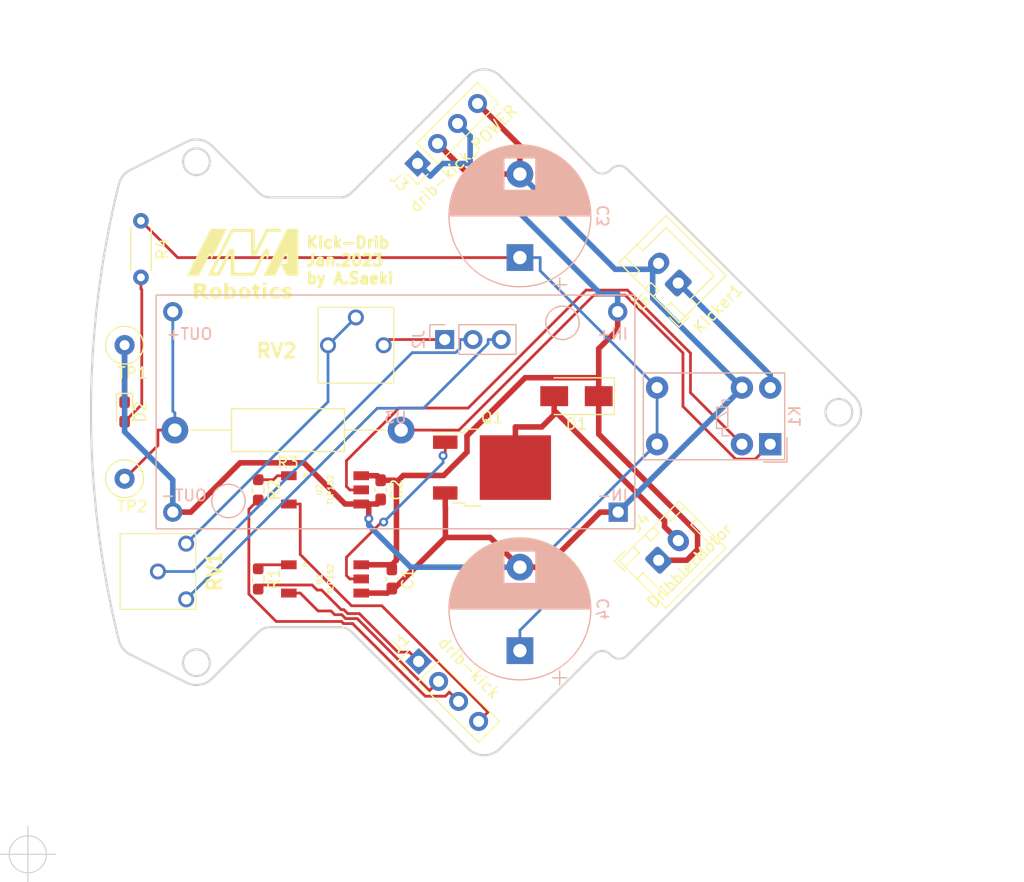
<source format=kicad_pcb>
(kicad_pcb (version 20211014) (generator pcbnew)
  (title_block (title "KickerDribbler") (date "2023-01-31") (rev "V2.0") (company "Saeki.A"))
  (layers (0 "F.Cu" signal) (31 "B.Cu" signal) (34 "B.Paste" user) (35 "F.Paste" user) (36 "B.SilkS" user "B.Silkscreen") (37 "F.SilkS" user "F.Silkscreen") (38 "B.Mask" user) (39 "F.Mask" user) (44 "Edge.Cuts" user))
  (net 0 "")
  (net 1 "Net-(C3-Pad1)")
  (net 2 "+15V")
  (net 3 "GND")
  (net 4 "Net-(D1-Pad2)")
  (net 5 "Net-(J1-Pad1)")
  (net 6 "Net-(J1-Pad3)")
  (net 7 "Net-(J1-Pad4)")
  (net 8 "Net-(J1-Pad2)")
  (net 9 "Net-(J2-Pad1)")
  (net 10 "Net-(J2-Pad2)")
  (net 11 "Net-(J2-Pad3)")
  (net 12 "Net-(K1-Pad1)")
  (net 13 "Net-(K1-Pad2)")
  (net 14 "Net-(Q1-Pad1)")
  (net 15 "Net-(R3-Pad2)")
  (net 16 "Net-(R1-Pad1)")
  (net 17 "Net-(R2-Pad1)")
  (net 18 "Net-(D2-Pad2)")
  (net 19 "Net-(J5-Pad1)")
  (net 20 "Net-(RV1-Pad1)")
  (footprint "0.main.robot:TLP152" (layer "F.Cu") (at 148.052 101.4678 -90)
    (fp_text reference "U2" (at 0 0.5 90) (layer "F.SilkS") (effects (font (size 0.5 0.5) (thickness 0.1))))
    (fp_text value "TLP152" (at 0 -0.5 90) (layer "F.SilkS") (effects (font (size 0.5 0.5) (thickness 0.1))))
    (pad "1" smd rect locked (at -1.27 3.25 270) (size 0.8 1.4) (layers "F.Cu" "F.Paste" "F.Mask") (net 17 "Net-(R2-Pad1)"))
    (pad "3" smd rect locked (at 1.27 3.25 270) (size 0.8 1.4) (layers "F.Cu" "F.Paste" "F.Mask") (net 7 "Net-(J1-Pad4)"))
    (pad "4" smd rect locked (at 1.27 -3.25 270) (size 0.8 1.4) (layers "F.Cu" "F.Paste" "F.Mask") (net 3 "GND"))
    (pad "5" smd rect locked (at 0 -3.25 270) (size 0.8 1.4) (layers "F.Cu" "F.Paste" "F.Mask") (net 13 "Net-(K1-Pad2)"))
    (pad "6" smd rect locked (at -1.27 -3.25 270) (size 0.8 1.4) (layers "F.Cu" "F.Paste" "F.Mask") (net 2 "+15V"))
  )
  (footprint "Capacitor_SMD:C_0603_1608Metric_Pad1.08x0.95mm_HandSolder" (layer "F.Cu") (at 154.052 109.4678 -90)
    (fp_text reference "C1" (at 0 -1.43 90) (layer "F.SilkS"))
    (fp_text value "1uF")
    (pad "1" smd roundrect (at -0.8625 0 270) (size 1.075 0.95) (layers "F.Cu" "F.Paste" "F.Mask") (net 2 "+15V"))
    (pad "2" smd roundrect (at 0.8625 0 270) (size 1.075 0.95) (layers "F.Cu" "F.Paste" "F.Mask") (net 3 "GND"))
  )
  (footprint "0.main.robot:MMA_Logo" (layer "F.Cu") (at 140.664 81.368)
    (fp_text reference "G***" hide)
    (fp_text value "LOGO" hide)
  )
  (footprint "Connector_JST:JST_XH_B2B-XH-A_1x02_P2.50mm_Vertical" (layer "F.Cu") (at 179.78 82.892 135)
    (fp_text reference "J5" (at 1.25 -3.55 135) (layer "F.SilkS"))
    (fp_text value "Kicker1" (at -4.13813 0.884166 225) (layer "F.SilkS"))
    (pad "1" thru_hole roundrect (at 0 0 135) (size 1.7 2) (drill 1) (layers *.Cu *.Mask) (roundrect_rratio 0.1470588235) (net 19 "Net-(J5-Pad1)"))
    (pad "2" thru_hole oval (at 2.5 0 135) (size 1.7 2) (drill 1) (layers *.Cu *.Mask) (net 3 "GND"))
  )
  (footprint "Connector_PinHeader_2.54mm:PinHeader_1x04_P2.54mm_Vertical" (layer "F.Cu") (at 156.365 72.1548 135)
    (fp_text reference "J3" (at 0 -2.33 135) (layer "F.SilkS"))
    (fp_text value "drib-kick_POWER" (at -2.596609 3.217223 225) (layer "F.SilkS"))
    (pad "1" thru_hole rect (at 0 0 135) (size 1.7 1.7) (drill 1) (layers *.Cu *.Mask) (net 2 "+15V"))
    (pad "2" thru_hole oval (at 0 2.54 135) (size 1.7 1.7) (drill 1) (layers *.Cu *.Mask) (net 3 "GND"))
    (pad "3" thru_hole oval (at 0 5.08 135) (size 1.7 1.7) (drill 1) (layers *.Cu *.Mask) (net 2 "+15V"))
    (pad "4" thru_hole oval (at 0 7.62 135) (size 1.7 1.7) (drill 1) (layers *.Cu *.Mask) (net 3 "GND"))
  )
  (footprint "TestPoint:TestPoint_Loop_D2.60mm_Drill0.9mm_Beaded" (layer "F.Cu") (at 130.052 100.4678)
    (fp_text reference "TP2" (at 0.7 2.5) (layer "F.SilkS"))
    (fp_text value "V+")
    (pad "1" thru_hole circle (at 0 0) (size 1.8 1.8) (drill 0.9) (layers *.Cu *.Mask) (net 15 "Net-(R3-Pad2)"))
  )
  (footprint "TestPoint:TestPoint_Loop_D2.60mm_Drill0.9mm_Beaded" (layer "F.Cu") (at 130.052 88.4678)
    (fp_text reference "TP1" (at 0.7 2.5) (layer "F.SilkS"))
    (fp_text value "GND")
    (pad "1" thru_hole circle (at 0 0) (size 1.8 1.8) (drill 0.9) (layers *.Cu *.Mask) (net 3 "GND"))
  )
  (footprint "0.main.robot:Trim-GF063X" (layer "F.Cu") (at 133.044 108.8 -90)
    (fp_text reference "RV1" (at 0 -5.08 90) (layer "F.SilkS") (effects (font (size 1.27 1.27) (thickness 0.254))))
    (fp_text value "20k" hide)
    (pad "1" thru_hole circle locked (at -2.5 -2.54 270) (size 1.431 1.431) (drill 0.92) (layers *.Cu *.Mask) (net 20 "Net-(RV1-Pad1)"))
    (pad "2" thru_hole circle locked (at 0 0 270) (size 1.431 1.431) (drill 0.92) (layers *.Cu *.Mask) (net 10 "Net-(J2-Pad2)"))
    (pad "3" thru_hole circle locked (at 2.5 -2.54 270) (size 1.431 1.431) (drill 0.92) (layers *.Cu *.Mask) (net 11 "Net-(J2-Pad3)"))
  )
  (footprint "Resistor_SMD:R_0603_1608Metric_Pad0.98x0.95mm_HandSolder" (layer "F.Cu") (at 142.052 101.4678 -90)
    (fp_text reference "R2" (at 0 -1.43 -270) (layer "F.SilkS"))
    (fp_text value "120")
    (pad "1" smd roundrect (at -0.9125 0 270) (size 0.975 0.95) (layers "F.Cu" "F.Paste" "F.Mask") (net 17 "Net-(R2-Pad1)"))
    (pad "2" smd roundrect (at 0.9125 0 270) (size 0.975 0.95) (layers "F.Cu" "F.Paste" "F.Mask") (net 6 "Net-(J1-Pad3)"))
  )
  (footprint "Resistor_SMD:R_0603_1608Metric_Pad0.98x0.95mm_HandSolder" (layer "F.Cu") (at 142.052 109.4678 -90)
    (fp_text reference "R1" (at 0 -1.43 -270) (layer "F.SilkS"))
    (fp_text value "120")
    (pad "1" smd roundrect (at -0.9125 0 270) (size 0.975 0.95) (layers "F.Cu" "F.Paste" "F.Mask") (net 16 "Net-(R1-Pad1)"))
    (pad "2" smd roundrect (at 0.9125 0 270) (size 0.975 0.95) (layers "F.Cu" "F.Paste" "F.Mask") (net 5 "Net-(J1-Pad1)"))
  )
  (footprint "Capacitor_SMD:C_0603_1608Metric_Pad1.08x0.95mm_HandSolder" (layer "F.Cu") (at 153.052 101.4678 -90)
    (fp_text reference "C2" (at 0 -1.43 90) (layer "F.SilkS"))
    (fp_text value "1uF")
    (pad "1" smd roundrect (at -0.8625 0 270) (size 1.075 0.95) (layers "F.Cu" "F.Paste" "F.Mask") (net 2 "+15V"))
    (pad "2" smd roundrect (at 0.8625 0 270) (size 1.075 0.95) (layers "F.Cu" "F.Paste" "F.Mask") (net 3 "GND"))
  )
  (footprint "0.main.robot:TLP152" (layer "F.Cu") (at 148.052 109.4678 -90)
    (fp_text reference "U1" (at 0 0.5 90) (layer "F.SilkS") (effects (font (size 0.5 0.5) (thickness 0.1))))
    (fp_text value "TLP152" (at 0 -0.5 90) (layer "F.SilkS") (effects (font (size 0.5 0.5) (thickness 0.1))))
    (pad "1" smd rect locked (at -1.27 3.25 270) (size 0.8 1.4) (layers "F.Cu" "F.Paste" "F.Mask") (net 16 "Net-(R1-Pad1)"))
    (pad "3" smd rect locked (at 1.27 3.25 270) (size 0.8 1.4) (layers "F.Cu" "F.Paste" "F.Mask") (net 8 "Net-(J1-Pad2)"))
    (pad "4" smd rect locked (at 1.27 -3.25 270) (size 0.8 1.4) (layers "F.Cu" "F.Paste" "F.Mask") (net 3 "GND"))
    (pad "5" smd rect locked (at 0 -3.25 270) (size 0.8 1.4) (layers "F.Cu" "F.Paste" "F.Mask") (net 14 "Net-(Q1-Pad1)"))
    (pad "6" smd rect locked (at -1.27 -3.25 270) (size 0.8 1.4) (layers "F.Cu" "F.Paste" "F.Mask") (net 2 "+15V"))
  )
  (footprint "0.main.robot:Trim-GF063P" (layer "F.Cu") (at 150.824 88.48)
    (fp_text reference "RV2" (at -7.112 0.508) (layer "F.SilkS") (effects (font (size 1.27 1.27) (thickness 0.254))))
    (fp_text value "100" hide)
    (pad "1" thru_hole circle locked (at -2.5 0) (size 1.431 1.431) (drill 0.92) (layers *.Cu *.Mask) (net 20 "Net-(RV1-Pad1)"))
    (pad "2" thru_hole circle locked (at 0 -2.5) (size 1.431 1.431) (drill 0.92) (layers *.Cu *.Mask) (net 20 "Net-(RV1-Pad1)"))
    (pad "3" thru_hole circle locked (at 2.5 0) (size 1.431 1.431) (drill 0.92) (layers *.Cu *.Mask) (net 9 "Net-(J2-Pad1)"))
  )
  (footprint "Connector_JST:JST_XH_B2B-XH-A_1x02_P2.50mm_Vertical" (layer "F.Cu") (at 178.0169 107.7887 45)
    (fp_text reference "J4" (at 1.25 -3.55 45) (layer "F.SilkS"))
    (fp_text value "DribblerMotor" (at 1.60921 2.32105 45) (layer "F.SilkS"))
    (pad "1" thru_hole roundrect (at 0 0 45) (size 1.7 2) (drill 1) (layers *.Cu *.Mask) (roundrect_rratio 0.1470588235) (net 2 "+15V"))
    (pad "2" thru_hole oval (at 2.5 0 45) (size 1.7 2) (drill 1) (layers *.Cu *.Mask) (net 4 "Net-(D1-Pad2)"))
  )
  (footprint "Resistor_THT:R_Axial_DIN0411_L9.9mm_D3.6mm_P20.32mm_Horizontal" (layer "F.Cu") (at 154.888 96.1 180)
    (fp_text reference "R3" (at 10.16 -2.92) (layer "F.SilkS"))
    (fp_text value "100")
    (pad "1" thru_hole circle (at 0 0 180) (size 2.4 2.4) (drill 1.2) (layers *.Cu *.Mask) (net 12 "Net-(K1-Pad1)"))
    (pad "2" thru_hole oval (at 20.32 0 180) (size 2.4 2.4) (drill 1.2) (layers *.Cu *.Mask) (net 15 "Net-(R3-Pad2)"))
  )
  (footprint "Connector_PinHeader_2.54mm:PinHeader_1x04_P2.54mm_Vertical" (layer "F.Cu") (at 156.4599 116.8757 45)
    (fp_text reference "J1" (at 0 -2.33 45) (layer "F.SilkS"))
    (fp_text value "drib-kick" (at 2.802859 3.595185 135) (layer "F.SilkS"))
    (pad "1" thru_hole rect (at 0 0 45) (size 1.7 1.7) (drill 1) (layers *.Cu *.Mask) (net 5 "Net-(J1-Pad1)"))
    (pad "2" thru_hole oval (at 0 2.54 45) (size 1.7 1.7) (drill 1) (layers *.Cu *.Mask) (net 8 "Net-(J1-Pad2)"))
    (pad "3" thru_hole oval (at 0 5.08 45) (size 1.7 1.7) (drill 1) (layers *.Cu *.Mask) (net 6 "Net-(J1-Pad3)"))
    (pad "4" thru_hole oval (at 0 7.62 45) (size 1.7 1.7) (drill 1) (layers *.Cu *.Mask) (net 7 "Net-(J1-Pad4)"))
  )
  (footprint "Resistor_THT:R_Axial_DIN0204_L3.6mm_D1.6mm_P5.08mm_Horizontal" (layer "F.Cu") (at 131.52 77.304 -90)
    (fp_text reference "R4" (at 2.54 -1.92 90) (layer "F.SilkS"))
    (fp_text value "30k")
    (pad "1" thru_hole circle (at 0 0 270) (size 1.4 1.4) (drill 0.7) (layers *.Cu *.Mask) (net 1 "Net-(C3-Pad1)"))
    (pad "2" thru_hole oval (at 5.08 0 270) (size 1.4 1.4) (drill 0.7) (layers *.Cu *.Mask) (net 18 "Net-(D2-Pad2)"))
  )
  (footprint "Diode_SMD:D_SMA" (layer "F.Cu") (at 170.636 93.052 180)
    (fp_text reference "D1" (at 0 -2.5) (layer "F.SilkS"))
    (fp_text value "SX34F")
    (pad "1" smd rect (at -2 0 180) (size 2.5 1.8) (layers "F.Cu" "F.Paste" "F.Mask") (net 2 "+15V"))
    (pad "2" smd rect (at 2 0 180) (size 2.5 1.8) (layers "F.Cu" "F.Paste" "F.Mask") (net 4 "Net-(D1-Pad2)"))
  )
  (footprint "Package_TO_SOT_SMD:TO-252-2" (layer "F.Cu") (at 163.052 99.4678)
    (fp_text reference "Q1" (at 0 -4.5) (layer "F.SilkS"))
    (fp_text value "NP52N06SLG")
    (pad "1" smd rect (at -4.2 -2.28) (size 2.2 1.2) (layers "F.Cu" "F.Paste" "F.Mask") (net 14 "Net-(Q1-Pad1)"))
    (pad "2" smd rect (at 2.1 0) (size 6.4 5.8) (layers "F.Cu" "F.Mask") (net 4 "Net-(D1-Pad2)"))
    (pad "3" smd rect (at -4.2 2.28) (size 2.2 1.2) (layers "F.Cu" "F.Paste" "F.Mask") (net 3 "GND"))
  )
  (footprint "LED_SMD:LED_0603_1608Metric_Pad1.05x0.95mm_HandSolder" (layer "F.Cu") (at 130.052 94.4678 -90)
    (fp_text reference "D2" (at 0 -1.43 90) (layer "F.SilkS"))
    (fp_text value "LED")
    (pad "1" smd roundrect (at -0.875 0 270) (size 1.05 0.95) (layers "F.Cu" "F.Paste" "F.Mask") (net 3 "GND"))
    (pad "2" smd roundrect (at 0.875 0 270) (size 1.05 0.95) (layers "F.Cu" "F.Paste" "F.Mask") (net 18 "Net-(D2-Pad2)"))
  )
  (footprint "Capacitor_THT:CP_Radial_D12.5mm_P7.50mm" (layer "B.Cu") (at 165.556 115.912 90)
    (fp_text reference "C4" (at 3.75 7.5 90) (layer "B.SilkS") (effects (justify mirror)))
    (fp_text value "1000uF/50V")
    (pad "1" thru_hole rect (at 0 0 90) (size 2.4 2.4) (drill 1.2) (layers *.Cu *.Mask) (net 1 "Net-(C3-Pad1)"))
    (pad "2" thru_hole circle (at 7.5 0 90) (size 2.4 2.4) (drill 1.2) (layers *.Cu *.Mask) (net 3 "GND"))
  )
  (footprint "0.main.robot:XL6009_HW432" (layer "B.Cu") (at 154.38 94.4678 180)
    (fp_text reference "U3" (at 0 -0.5) (layer "B.SilkS") (effects (justify mirror)))
    (fp_text value "XL6009/HW-432")
    (fp_text user "OUT-" (at 19 -7.5) (layer "B.SilkS") (effects (justify mirror)))
    (fp_text user "IN-" (at -19.5 -7.5) (layer "B.SilkS") (effects (justify mirror)))
    (fp_text user "IN+" (at -19.5 7) (layer "B.SilkS") (effects (justify mirror)))
    (fp_text user "OUT+" (at 18.5 7) (layer "B.SilkS") (effects (justify mirror)))
    (pad "1" thru_hole rect (at -20 -9 180) (size 1.7272 1.7272) (drill 1.016) (layers *.Cu *.Mask) (net 3 "GND"))
    (pad "2" thru_hole oval (at -19.96 9 180) (size 1.7272 1.7272) (drill 1.016) (layers *.Cu *.Mask) (net 2 "+15V"))
    (pad "3" thru_hole oval (at 20 -9 180) (size 1.7272 1.7272) (drill 1.016) (layers *.Cu *.Mask) (net 3 "GND"))
    (pad "4" thru_hole oval (at 20 9 180) (size 1.7272 1.7272) (drill 1.016) (layers *.Cu *.Mask) (net 15 "Net-(R3-Pad2)"))
  )
  (footprint "Relay_THT:Relay_SPDT_Omron_G5V-1" (layer "B.Cu") (at 188.0395 97.367 90)
    (fp_text reference "K1" (at 2.5 2.2 90) (layer "B.SilkS") (effects (justify mirror)))
    (fp_text value "G5V-1/12V")
    (pad "1" thru_hole rect (at 0 0 90) (size 2 2) (drill 1) (layers *.Cu *.Mask) (net 12 "Net-(K1-Pad1)"))
    (pad "2" thru_hole circle (at 0 -2.54 90) (size 2 2) (drill 1) (layers *.Cu *.Mask) (net 13 "Net-(K1-Pad2)"))
    (pad "5" thru_hole circle (at 0 -10.16 90) (size 2 2) (drill 1) (layers *.Cu *.Mask) (net 1 "Net-(C3-Pad1)"))
    (pad "6" thru_hole circle (at 5.08 -10.16 90) (size 2 2) (drill 1) (layers *.Cu *.Mask) (net 1 "Net-(C3-Pad1)"))
    (pad "9" thru_hole circle (at 5.08 -2.54 90) (size 2 2) (drill 1) (layers *.Cu *.Mask) (net 3 "GND"))
    (pad "10" thru_hole circle (at 5.08 0 90) (size 2 2) (drill 1) (layers *.Cu *.Mask) (net 19 "Net-(J5-Pad1)"))
  )
  (footprint "Capacitor_THT:CP_Radial_D12.5mm_P7.50mm" (layer "B.Cu") (at 165.556 80.606 90)
    (fp_text reference "C3" (at 3.75 7.5 90) (layer "B.SilkS") (effects (justify mirror)))
    (fp_text value "1000uF/50V")
    (pad "1" thru_hole rect (at 0 0 90) (size 2.4 2.4) (drill 1.2) (layers *.Cu *.Mask) (net 1 "Net-(C3-Pad1)"))
    (pad "2" thru_hole circle (at 7.5 0 90) (size 2.4 2.4) (drill 1.2) (layers *.Cu *.Mask) (net 3 "GND"))
  )
  (footprint "Connector_PinHeader_2.54mm:PinHeader_1x03_P2.54mm_Vertical" (layer "B.Cu") (at 158.8 87.9678 -90)
    (fp_text reference "J2" (at 0 2.33 90) (layer "B.SilkS") (effects (justify mirror)))
    (fp_text value "Conn_01x03")
    (pad "1" thru_hole rect (at 0 0 270) (size 1.7 1.7) (drill 1) (layers *.Cu *.Mask) (net 9 "Net-(J2-Pad1)"))
    (pad "2" thru_hole oval (at 0 -2.54 270) (size 1.7 1.7) (drill 1) (layers *.Cu *.Mask) (net 10 "Net-(J2-Pad2)"))
    (pad "3" thru_hole oval (at 0 -5.08 270) (size 1.7 1.7) (drill 1) (layers *.Cu *.Mask) (net 11 "Net-(J2-Pad3)"))
  )
  (gr_arc (start 173.77215 72.653354) (mid 174.479256 72.36046) (end 175.186363 72.653354) (layer "Edge.Cuts") (width 0.2))
  (gr_arc (start 172.242713 116.227993) (mid 172.94982 115.935099) (end 173.656926 116.227993) (layer "Edge.Cuts") (width 0.2))
  (gr_arc (start 150.452345 74.759955) (mid 149.965713 75.085114) (end 149.391685 75.199295) (layer "Edge.Cuts") (width 0.2))
  (gr_line (start 173.656926 116.227993) (end 173.77215 116.343216) (layer "Edge.Cuts") (width 0.2))
  (gr_line (start 173.77215 72.653354) (end 173.656926 72.768577) (layer "Edge.Cuts") (width 0.2))
  (gr_line (start 143.149044 113.797275) (end 149.391685 113.797275) (layer "Edge.Cuts") (width 0.2))
  (gr_arc (start 149.391685 113.797275) (mid 149.965713 113.911453) (end 150.452345 114.236615) (layer "Edge.Cuts") (width 0.2))
  (gr_arc (start 160.929004 64.283296) (mid 162.343218 63.697509) (end 163.757431 64.283296) (layer "Edge.Cuts") (width 0.2))
  (gr_arc (start 129.532058 114.964742) (mid 127.031293 94.498285) (end 129.532058 74.031828) (layer "Edge.Cuts") (width 0.2))
  (gr_arc (start 163.757431 124.713274) (mid 162.343218 125.299061) (end 160.929004 124.713274) (layer "Edge.Cuts") (width 0.2))
  (gr_arc (start 130.578789 116.272033) (mid 129.911974 115.733243) (end 129.532058 114.964742) (layer "Edge.Cuts") (width 0.2))
  (gr_line (start 150.452345 114.236615) (end 160.929004 124.713274) (layer "Edge.Cuts") (width 0.2))
  (gr_arc (start 175.186363 116.343216) (mid 174.479256 116.63611) (end 173.77215 116.343216) (layer "Edge.Cuts") (width 0.2))
  (gr_line (start 142.088384 74.759955) (end 137.914214 70.585786) (layer "Edge.Cuts") (width 0.2))
  (gr_arc (start 137.914214 118.410784) (mid 136.820363 118.970748) (end 135.605574 118.785425) (layer "Edge.Cuts") (width 0.2))
  (gr_circle (center 194.202868 94.498285) (end 193.002868 94.498285) (layer "Edge.Cuts") (width 0.2) (fill none))
  (gr_line (start 130.578789 116.272033) (end 135.605574 118.785425) (layer "Edge.Cuts") (width 0.2))
  (gr_line (start 137.914214 118.410784) (end 142.088384 114.236615) (layer "Edge.Cuts") (width 0.2))
  (gr_arc (start 129.532058 74.031828) (mid 129.912011 73.263348) (end 130.578789 72.724537) (layer "Edge.Cuts") (width 0.2))
  (gr_line (start 135.605574 70.211145) (end 130.578789 72.724537) (layer "Edge.Cuts") (width 0.2))
  (gr_arc (start 143.149044 75.199295) (mid 142.575034 75.085085) (end 142.088384 74.759955) (layer "Edge.Cuts") (width 0.2))
  (gr_line (start 163.757431 124.713274) (end 172.242713 116.227993) (layer "Edge.Cuts") (width 0.2))
  (gr_arc (start 135.605574 70.211145) (mid 136.82036 70.02584) (end 137.914214 70.585786) (layer "Edge.Cuts") (width 0.2))
  (gr_arc (start 142.088384 114.236615) (mid 142.57501 113.911427) (end 143.149044 113.797275) (layer "Edge.Cuts") (width 0.2))
  (gr_line (start 149.391685 75.199295) (end 143.149044 75.199295) (layer "Edge.Cuts") (width 0.2))
  (gr_line (start 172.242713 72.768577) (end 163.757431 64.283296) (layer "Edge.Cuts") (width 0.2))
  (gr_circle (center 136.5 116.996571) (end 135.3 116.996571) (layer "Edge.Cuts") (width 0.2) (fill none))
  (gr_circle (center 136.5 72) (end 135.3 72) (layer "Edge.Cuts") (width 0.2) (fill none))
  (gr_arc (start 195.617081 93.084071) (mid 196.202841 94.498272) (end 195.617081 95.912499) (layer "Edge.Cuts") (width 0.2))
  (gr_line (start 160.929004 64.283296) (end 150.452345 74.759955) (layer "Edge.Cuts") (width 0.2))
  (gr_arc (start 173.656926 72.768577) (mid 172.94982 73.061471) (end 172.242713 72.768577) (layer "Edge.Cuts") (width 0.2))
  (gr_line (start 195.617081 93.084071) (end 175.186363 72.653354) (layer "Edge.Cuts") (width 0.2))
  (gr_line (start 175.186363 116.343216) (end 195.617081 95.912499) (layer "Edge.Cuts") (width 0.2))
  (gr_text "Kick-Drib\nJan.2023\nby A.Saeki" (at 146.252 80.86) (layer "F.SilkS") (effects (font (size 1 1) (thickness 0.25)) (justify left)))
  (target plus (at 121.36 134.2) (size 5) (width 0.1) (layer "Edge.Cuts"))
  (segment (start 165.556 80.606) (end 134.822 80.606) (width 0.25) (layer "F.Cu") (net 1))
  (segment (start 134.822 80.606) (end 131.52 77.304) (width 0.25) (layer "F.Cu") (net 1))
  (segment (start 177.8795 92.287) (end 177.8795 97.367) (width 0.25) (layer "B.Cu") (net 1))
  (segment (start 177.8072 97.367) (end 167.3813 107.7929) (width 0.25) (layer "B.Cu") (net 1))
  (segment (start 167.3813 107.7929) (end 167.3813 112.2614) (width 0.25) (layer "B.Cu") (net 1))
  (segment (start 167.3813 81.7888) (end 177.8795 92.287) (width 0.25) (layer "B.Cu") (net 1))
  (segment (start 165.556 80.606) (end 167.3813 80.606) (width 0.25) (layer "B.Cu") (net 1))
  (segment (start 167.3813 112.2614) (end 165.556 114.0867) (width 0.25) (layer "B.Cu") (net 1))
  (segment (start 177.8795 97.367) (end 177.8072 97.367) (width 0.25) (layer "B.Cu") (net 1))
  (segment (start 165.556 115.912) (end 165.556 114.0867) (width 0.25) (layer "B.Cu") (net 1))
  (segment (start 167.3813 80.606) (end 167.3813 81.7888) (width 0.25) (layer "B.Cu") (net 1))
  (segment (start 154.4688 100.785) (end 155.081 100.1728) (width 0.5) (layer "F.Cu") (net 2))
  (segment (start 181.5119 106.8275) (end 180.5507 107.7887) (width 0.5) (layer "F.Cu") (net 2))
  (segment (start 172.636 88.7857) (end 172.636 91.3952) (width 0.5) (layer "F.Cu") (net 2))
  (segment (start 174.34 85.4678) (end 174.34 87.0817) (width 0.5) (layer "F.Cu") (net 2))
  (segment (start 155.081 100.1728) (end 158.7105 100.1728) (width 0.5) (layer "F.Cu") (net 2))
  (segment (start 154.4688 107.781) (end 154.4688 100.785) (width 0.5) (layer "F.Cu") (net 2))
  (segment (start 160.805 98.0783) (end 160.805 96.6155) (width 0.5) (layer "F.Cu") (net 2))
  (segment (start 172.636 96.46) (end 181.5119 105.3359) (width 0.5) (layer "F.Cu") (net 2))
  (segment (start 153.052 100.6053) (end 152.7523 100.3056) (width 0.5) (layer "F.Cu") (net 2))
  (segment (start 158.7105 100.1728) (end 160.805 98.0783) (width 0.5) (layer "F.Cu") (net 2))
  (segment (start 152.7523 108.1978) (end 154.052 108.1978) (width 0.5) (layer "F.Cu") (net 2))
  (segment (start 154.2891 100.6053) (end 153.052 100.6053) (width 0.5) (layer "F.Cu") (net 2))
  (segment (start 154.052 108.1978) (end 154.4688 107.781) (width 0.5) (layer "F.Cu") (net 2))
  (segment (start 151.302 100.1978) (end 152.7523 100.1978) (width 0.5) (layer "F.Cu") (net 2))
  (segment (start 160.805 96.6155) (end 166.0253 91.3952) (width 0.5) (layer "F.Cu") (net 2))
  (segment (start 151.302 108.1978) (end 152.7523 108.1978) (width 0.5) (layer "F.Cu") (net 2))
  (segment (start 154.052 108.1978) (end 154.052 108.6053) (width 0.5) (layer "F.Cu") (net 2))
  (segment (start 181.5119 105.3359) (end 181.5119 106.8275) (width 0.5) (layer "F.Cu") (net 2))
  (segment (start 152.7523 100.3056) (end 152.7523 100.1978) (width 0.5) (layer "F.Cu") (net 2))
  (segment (start 174.34 87.0817) (end 172.636 88.7857) (width 0.5) (layer "F.Cu") (net 2))
  (segment (start 172.636 91.3952) (end 172.636 93.052) (width 0.5) (layer "F.Cu") (net 2))
  (segment (start 154.4688 100.785) (end 154.2891 100.6053) (width 0.5) (layer "F.Cu") (net 2))
  (segment (start 166.0253 91.3952) (end 172.636 91.3952) (width 0.5) (layer "F.Cu") (net 2))
  (segment (start 172.636 93.052) (end 172.636 96.46) (width 0.5) (layer "F.Cu") (net 2))
  (segment (start 180.5507 107.7887) (end 178.0169 107.7887) (width 0.5) (layer "F.Cu") (net 2))
  (segment (start 161.0887 72.1548) (end 158.6282 72.1548) (width 0.5) (layer "B.Cu") (net 2))
  (segment (start 161.0887 72.1548) (end 161.0887 69.6943) (width 0.5) (layer "B.Cu") (net 2))
  (segment (start 156.365 72.1548) (end 157.4966 73.2864) (width 0.5) (layer "B.Cu") (net 2))
  (segment (start 174.34 85.4678) (end 174.34 83.8539) (width 0.5) (layer "B.Cu") (net 2))
  (segment (start 174.34 83.8539) (end 172.7878 83.8539) (width 0.5) (layer "B.Cu") (net 2))
  (segment (start 158.6282 72.1548) (end 157.4966 73.2864) (width 0.5) (layer "B.Cu") (net 2))
  (segment (start 172.7878 83.8539) (end 161.0887 72.1548) (width 0.5) (layer "B.Cu") (net 2))
  (segment (start 159.9571 68.5627) (end 161.0887 69.6943) (width 0.5) (layer "B.Cu") (net 2))
  (segment (start 165.556 73.106) (end 165.556 70.5694) (width 0.5) (layer "F.Cu") (net 3))
  (segment (start 162.8859 105.7419) (end 165.556 108.412) (width 0.5) (layer "F.Cu") (net 3))
  (segment (start 151.6414 102.7378) (end 151.302 102.7378) (width 0.5) (layer "F.Cu") (net 3))
  (segment (start 151.9807 102.7378) (end 152.7523 102.7378) (width 0.5) (layer "F.Cu") (net 3))
  (segment (start 160.9084 73.106) (end 165.556 73.106) (width 0.5) (layer "F.Cu") (net 3))
  (segment (start 158.8651 103.1112) (end 158.852 103.0981) (width 0.5) (layer "F.Cu") (net 3))
  (segment (start 152.7523 102.63) (end 153.052 102.3303) (width 0.5) (layer "F.Cu") (net 3))
  (segment (start 172.7661 103.4678) (end 167.8219 108.412) (width 0.5) (layer "F.Cu") (net 3))
  (segment (start 146.1523 99.0384) (end 140.4233 99.0384) (width 0.5) (layer "F.Cu") (net 3))
  (segment (start 151.9807 104.0548) (end 151.9807 102.7378) (width 0.5) (layer "F.Cu") (net 3))
  (segment (start 151.302 102.7378) (end 149.8517 102.7378) (width 0.5) (layer "F.Cu") (net 3))
  (segment (start 161.7532 66.7666) (end 162.8848 67.8982) (width 0.5) (layer "F.Cu") (net 3))
  (segment (start 158.1611 70.3587) (end 160.9084 73.106) (width 0.5) (layer "F.Cu") (net 3))
  (segment (start 134.38 103.4678) (end 135.9939 103.4678) (width 0.5) (layer "F.Cu") (net 3))
  (segment (start 154.052 110.3303) (end 153.6445 110.7378) (width 0.5) (layer "F.Cu") (net 3))
  (segment (start 167.8219 108.412) (end 165.556 108.412) (width 0.5) (layer "F.Cu") (net 3))
  (segment (start 151.6414 102.7378) (end 151.9807 102.7378) (width 0.5) (layer "F.Cu") (net 3))
  (segment (start 158.8651 105.7419) (end 162.8859 105.7419) (width 0.5) (layer "F.Cu") (net 3))
  (segment (start 154.052 110.3303) (end 154.2767 110.3303) (width 0.5) (layer "F.Cu") (net 3))
  (segment (start 130.052 93.5928) (end 130.052 88.4678) (width 0.5) (layer "F.Cu") (net 3))
  (segment (start 158.852 101.7478) (end 158.852 103.0981) (width 0.5) (layer "F.Cu") (net 3))
  (segment (start 154.2767 110.3303) (end 158.8651 105.7419) (width 0.5) (layer "F.Cu") (net 3))
  (segment (start 152.7523 102.7378) (end 152.7523 102.63) (width 0.5) (layer "F.Cu") (net 3))
  (segment (start 140.4233 99.0384) (end 135.9939 103.4678) (width 0.5) (layer "F.Cu") (net 3))
  (segment (start 158.8651 105.7419) (end 158.8651 103.1112) (width 0.5) (layer "F.Cu") (net 3))
  (segment (start 174.38 103.4678) (end 172.7661 103.4678) (width 0.5) (layer "F.Cu") (net 3))
  (segment (start 149.8517 102.7378) (end 146.1523 99.0384) (width 0.5) (layer "F.Cu") (net 3))
  (segment (start 153.6445 110.7378) (end 151.302 110.7378) (width 0.5) (layer "F.Cu") (net 3))
  (segment (start 165.556 70.5694) (end 162.8848 67.8982) (width 0.5) (layer "F.Cu") (net 3))
  (via (at 151.9807 104.0548) (size 0.8) (drill 0.4) (layers "F.Cu" "B.Cu") (net 3))
  (segment (start 134.38 100.5797) (end 130.052 96.2517) (width 0.5) (layer "B.Cu") (net 3))
  (segment (start 177.4814 84.2689) (end 185.4995 92.287) (width 0.5) (layer "B.Cu") (net 3))
  (segment (start 151.9807 104.6504) (end 151.9807 104.0548) (width 0.5) (layer "B.Cu") (net 3))
  (segment (start 174.105 81.655) (end 177.4814 81.655) (width 0.5) (layer "B.Cu") (net 3))
  (segment (start 178.0122 81.1242) (end 177.4814 81.655) (width 0.5) (layer "B.Cu") (net 3))
  (segment (start 177.4814 81.655) (end 177.4814 84.2689) (width 0.5) (layer "B.Cu") (net 3))
  (segment (start 155.7423 108.412) (end 151.9807 104.6504) (width 0.5) (layer "B.Cu") (net 3))
  (segment (start 165.556 73.106) (end 174.105 81.655) (width 0.5) (layer "B.Cu") (net 3))
  (segment (start 130.052 96.2517) (end 130.052 88.4678) (width 0.5) (layer "B.Cu") (net 3))
  (segment (start 174.38 103.4678) (end 185.4995 92.3483) (width 0.5) (layer "B.Cu") (net 3))
  (segment (start 185.4995 92.3483) (end 185.4995 92.287) (width 0.5) (layer "B.Cu") (net 3))
  (segment (start 165.556 108.412) (end 155.7423 108.412) (width 0.5) (layer "B.Cu") (net 3))
  (segment (start 134.38 103.4678) (end 134.38 100.5797) (width 0.5) (layer "B.Cu") (net 3))
  (segment (start 168.636 94.3318) (end 168.636 94.7023) (width 0.5) (layer "F.Cu") (net 4))
  (segment (start 168.636 93.9347) (end 168.636 94.3318) (width 0.5) (layer "F.Cu") (net 4))
  (segment (start 165.152 95.8175) (end 167.5208 95.8175) (width 0.5) (layer "F.Cu") (net 4))
  (segment (start 178.5471 104.2429) (end 178.5471 104.7832) (width 0.5) (layer "F.Cu") (net 4))
  (segment (start 179.7847 106.0209) (end 178.5471 104.7832) (width 0.5) (layer "F.Cu") (net 4))
  (segment (start 167.5208 95.8175) (end 168.636 94.7023) (width 0.5) (layer "F.Cu") (net 4))
  (segment (start 168.636 94.3318) (end 178.5471 104.2429) (width 0.5) (layer "F.Cu") (net 4))
  (segment (start 168.636 93.052) (end 168.636 93.9347) (width 0.5) (layer "F.Cu") (net 4))
  (segment (start 165.152 99.4678) (end 165.152 95.8175) (width 0.5) (layer "F.Cu") (net 4))
  (segment (start 147.3415 110.4627) (end 146.8912 110.0124) (width 0.25) (layer "F.Cu") (net 5))
  (segment (start 155.6289 116.0446) (end 155.6288 116.0447) (width 0.25) (layer "F.Cu") (net 5))
  (segment (start 150.0958 112.58) (end 149.7445 112.2287) (width 0.25) (layer "F.Cu") (net 5))
  (segment (start 149.7445 112.2287) (end 149.5063 112.2287) (width 0.25) (layer "F.Cu") (net 5))
  (segment (start 147.7403 110.4627) (end 147.3415 110.4627) (width 0.25) (layer "F.Cu") (net 5))
  (segment (start 142.4199 110.0124) (end 142.052 110.3803) (width 0.25) (layer "F.Cu") (net 5))
  (segment (start 146.8912 110.0124) (end 142.4199 110.0124) (width 0.25) (layer "F.Cu") (net 5))
  (segment (start 155.6288 116.0447) (end 154.5961 116.0447) (width 0.25) (layer "F.Cu") (net 5))
  (segment (start 154.5961 116.0447) (end 151.1314 112.58) (width 0.25) (layer "F.Cu") (net 5))
  (segment (start 156.4599 116.8757) (end 155.6289 116.0446) (width 0.25) (layer "F.Cu") (net 5))
  (segment (start 149.5063 112.2287) (end 147.7403 110.4627) (width 0.25) (layer "F.Cu") (net 5))
  (segment (start 151.1314 112.58) (end 150.0958 112.58) (width 0.25) (layer "F.Cu") (net 5))
  (segment (start 141.2114 110.8337) (end 141.2114 103.2209) (width 0.25) (layer "F.Cu") (net 6))
  (segment (start 149.7226 113.4806) (end 149.5306 113.2886) (width 0.25) (layer "F.Cu") (net 6))
  (segment (start 143.6663 113.2886) (end 141.2114 110.8337) (width 0.25) (layer "F.Cu") (net 6))
  (segment (start 149.5306 113.2886) (end 143.6663 113.2886) (width 0.25) (layer "F.Cu") (net 6))
  (segment (start 141.2114 103.2209) (end 142.052 102.3803) (width 0.25) (layer "F.Cu") (net 6))
  (segment (start 160.052 120.4678) (end 159.221 119.6367) (width 0.25) (layer "F.Cu") (net 6))
  (segment (start 159.221 119.6367) (end 158.8573 120.0004) (width 0.25) (layer "F.Cu") (net 6))
  (segment (start 158.8573 120.0004) (end 157.053 120.0004) (width 0.25) (layer "F.Cu") (net 6))
  (segment (start 150.5332 113.4806) (end 149.7226 113.4806) (width 0.25) (layer "F.Cu") (net 6))
  (segment (start 157.053 120.0004) (end 150.5332 113.4806) (width 0.25) (layer "F.Cu") (net 6))
  (segment (start 162.2984 121.0521) (end 162.2984 121.0255) (width 0.25) (layer "F.Cu") (net 7))
  (segment (start 145.8273 107.2759) (end 145.8273 102.7378) (width 0.25) (layer "F.Cu") (net 7))
  (segment (start 153.1501 111.8772) (end 150.4286 111.8772) (width 0.25) (layer "F.Cu") (net 7))
  (segment (start 150.4286 111.8772) (end 145.8273 107.2759) (width 0.25) (layer "F.Cu") (net 7))
  (segment (start 161.8481 122.2639) (end 162.6792 121.4328) (width 0.25) (layer "F.Cu") (net 7))
  (segment (start 162.6792 121.4328) (end 162.2984 121.0521) (width 0.25) (layer "F.Cu") (net 7))
  (segment (start 162.2984 121.0255) (end 153.1501 111.8772) (width 0.25) (layer "F.Cu") (net 7))
  (segment (start 144.802 102.7378) (end 145.8273 102.7378) (width 0.25) (layer "F.Cu") (net 7))
  (segment (start 147.4361 112.3466) (end 145.8273 110.7378) (width 0.25) (layer "F.Cu") (net 8))
  (segment (start 149.5579 112.679) (end 148.921 112.679) (width 0.25) (layer "F.Cu") (net 8))
  (segment (start 158.256 118.6718) (end 157.425 119.5028) (width 0.25) (layer "F.Cu") (net 8))
  (segment (start 148.5886 112.3466) (end 147.4361 112.3466) (width 0.25) (layer "F.Cu") (net 8))
  (segment (start 156.5863 118.6718) (end 150.9448 113.0303) (width 0.25) (layer "F.Cu") (net 8))
  (segment (start 149.9092 113.0303) (end 149.5579 112.679) (width 0.25) (layer "F.Cu") (net 8))
  (segment (start 156.5939 118.6718) (end 156.5863 118.6718) (width 0.25) (layer "F.Cu") (net 8))
  (segment (start 148.921 112.679) (end 148.5886 112.3466) (width 0.25) (layer "F.Cu") (net 8))
  (segment (start 144.802 110.7378) (end 145.8273 110.7378) (width 0.25) (layer "F.Cu") (net 8))
  (segment (start 157.425 119.5028) (end 156.5939 118.6718) (width 0.25) (layer "F.Cu") (net 8))
  (segment (start 150.9448 113.0303) (end 149.9092 113.0303) (width 0.25) (layer "F.Cu") (net 8))
  (segment (start 158.8 87.9678) (end 153.8362 87.9678) (width 0.25) (layer "F.Cu") (net 9))
  (segment (start 153.8362 87.9678) (end 153.324 88.48) (width 0.25) (layer "F.Cu") (net 9))
  (segment (start 159.7975 89.1431) (end 155.8838 89.1431) (width 0.25) (layer "B.Cu") (net 10))
  (segment (start 161.34 87.9678) (end 160.1647 87.9678) (width 0.25) (layer "B.Cu") (net 10))
  (segment (start 160.1647 88.7759) (end 159.7975 89.1431) (width 0.25) (layer "B.Cu") (net 10))
  (segment (start 160.1647 87.9678) (end 160.1647 88.7759) (width 0.25) (layer "B.Cu") (net 10))
  (segment (start 155.8838 89.1431) (end 136.2269 108.8) (width 0.25) (layer "B.Cu") (net 10))
  (segment (start 136.2269 108.8) (end 133.044 108.8) (width 0.25) (layer "B.Cu") (net 10))
  (segment (start 162.7047 87.9678) (end 162.7047 88.3351) (width 0.25) (layer "B.Cu") (net 11))
  (segment (start 152.7432 94.1408) (end 135.584 111.3) (width 0.25) (layer "B.Cu") (net 11))
  (segment (start 162.7047 88.3351) (end 156.899 94.1408) (width 0.25) (layer "B.Cu") (net 11))
  (segment (start 163.88 87.9678) (end 162.7047 87.9678) (width 0.25) (layer "B.Cu") (net 11))
  (segment (start 156.899 94.1408) (end 152.7432 94.1408) (width 0.25) (layer "B.Cu") (net 11))
  (segment (start 186.6973 98.7092) (end 188.0395 97.367) (width 0.25) (layer "F.Cu") (net 12))
  (segment (start 154.888 96.1) (end 160.0823 96.1) (width 0.25) (layer "F.Cu") (net 12))
  (segment (start 172.2037 83.9786) (end 175.0137 83.9786) (width 0.25) (layer "F.Cu") (net 12))
  (segment (start 184.9369 98.7092) (end 186.6973 98.7092) (width 0.25) (layer "F.Cu") (net 12))
  (segment (start 180.202 93.9743) (end 184.9369 98.7092) (width 0.25) (layer "F.Cu") (net 12))
  (segment (start 160.0823 96.1) (end 172.2037 83.9786) (width 0.25) (layer "F.Cu") (net 12))
  (segment (start 175.0137 83.9786) (end 180.202 89.1669) (width 0.25) (layer "F.Cu") (net 12))
  (segment (start 180.202 89.1669) (end 180.202 93.9743) (width 0.25) (layer "F.Cu") (net 12))
  (segment (start 185.4995 97.367) (end 180.8773 92.7448) (width 0.25) (layer "F.Cu") (net 13))
  (segment (start 160.9104 94.121) (end 154.7044 94.121) (width 0.25) (layer "F.Cu") (net 13))
  (segment (start 154.7044 94.121) (end 149.9766 98.8488) (width 0.25) (layer "F.Cu") (net 13))
  (segment (start 180.8773 92.7448) (end 180.8773 89.1848) (width 0.25) (layer "F.Cu") (net 13))
  (segment (start 149.9766 101.1677) (end 150.2767 101.4678) (width 0.25) (layer "F.Cu") (net 13))
  (segment (start 149.9766 98.8488) (end 149.9766 101.1677) (width 0.25) (layer "F.Cu") (net 13))
  (segment (start 175.2207 83.5282) (end 171.5032 83.5282) (width 0.25) (layer "F.Cu") (net 13))
  (segment (start 171.5032 83.5282) (end 160.9104 94.121) (width 0.25) (layer "F.Cu") (net 13))
  (segment (start 151.302 101.4678) (end 150.2767 101.4678) (width 0.25) (layer "F.Cu") (net 13))
  (segment (start 180.8773 89.1848) (end 175.2207 83.5282) (width 0.25) (layer "F.Cu") (net 13))
  (segment (start 151.302 109.4678) (end 150.2767 109.4678) (width 0.25) (layer "F.Cu") (net 14))
  (segment (start 153.1317 104.3615) (end 149.9766 107.5166) (width 0.25) (layer "F.Cu") (net 14))
  (segment (start 158.852 98.1131) (end 158.6575 98.3076) (width 0.25) (layer "F.Cu") (net 14))
  (segment (start 158.6575 98.3076) (end 158.6575 98.397) (width 0.25) (layer "F.Cu") (net 14))
  (segment (start 149.9766 107.5166) (end 149.9766 109.1677) (width 0.25) (layer "F.Cu") (net 14))
  (segment (start 153.3185 104.3615) (end 153.1317 104.3615) (width 0.25) (layer "F.Cu") (net 14))
  (segment (start 158.852 97.1878) (end 158.852 98.1131) (width 0.25) (layer "F.Cu") (net 14))
  (segment (start 149.9766 109.1677) (end 150.2767 109.4678) (width 0.25) (layer "F.Cu") (net 14))
  (via (at 158.6575 98.397) (size 0.8) (drill 0.4) (layers "F.Cu" "B.Cu") (net 14))
  (via (at 153.3185 104.3615) (size 0.8) (drill 0.4) (layers "F.Cu" "B.Cu") (net 14))
  (segment (start 158.6575 99.0225) (end 158.6575 98.397) (width 0.25) (layer "B.Cu") (net 14))
  (segment (start 153.3185 104.3615) (end 158.6575 99.0225) (width 0.25) (layer "B.Cu") (net 14))
  (segment (start 133.0427 96.1) (end 133.0427 97.4771) (width 0.25) (layer "F.Cu") (net 15))
  (segment (start 133.0427 97.4771) (end 130.052 100.4678) (width 0.25) (layer "F.Cu") (net 15))
  (segment (start 134.568 96.1) (end 133.0427 96.1) (width 0.25) (layer "F.Cu") (net 15))
  (segment (start 134.38 94.3867) (end 134.568 94.5747) (width 0.25) (layer "B.Cu") (net 15))
  (segment (start 134.568 96.1) (end 134.568 94.5747) (width 0.25) (layer "B.Cu") (net 15))
  (segment (start 134.38 85.4678) (end 134.38 94.3867) (width 0.25) (layer "B.Cu") (net 15))
  (segment (start 144.802 108.1978) (end 142.4095 108.1978) (width 0.25) (layer "F.Cu") (net 16))
  (segment (start 142.4095 108.1978) (end 142.052 108.5553) (width 0.25) (layer "F.Cu") (net 16))
  (segment (start 142.052 100.5553) (end 143.4192 100.5553) (width 0.25) (layer "F.Cu") (net 17))
  (segment (start 143.4192 100.5553) (end 143.7767 100.1978) (width 0.25) (layer "F.Cu") (net 17))
  (segment (start 144.802 100.1978) (end 143.7767 100.1978) (width 0.25) (layer "F.Cu") (net 17))
  (segment (start 131.52 82.384) (end 131.52 83.4093) (width 0.25) (layer "F.Cu") (net 18))
  (segment (start 130.052 95.3428) (end 131.5927 93.8021) (width 0.25) (layer "F.Cu") (net 18))
  (segment (start 131.5927 93.8021) (end 131.5927 83.482) (width 0.25) (layer "F.Cu") (net 18))
  (segment (start 131.5927 83.482) (end 131.52 83.4093) (width 0.25) (layer "F.Cu") (net 18))
  (segment (start 188.0395 92.287) (end 188.0395 91.1515) (width 0.5) (layer "B.Cu") (net 19))
  (segment (start 188.0395 91.1515) (end 179.78 82.892) (width 0.5) (layer "B.Cu") (net 19))
  (segment (start 148.324 93.56) (end 135.584 106.3) (width 0.25) (layer "B.Cu") (net 20))
  (segment (start 148.324 88.48) (end 148.324 93.56) (width 0.25) (layer "B.Cu") (net 20))
  (segment (start 150.824 85.98) (end 148.324 88.48) (width 0.25) (layer "B.Cu") (net 20))
)
</source>
